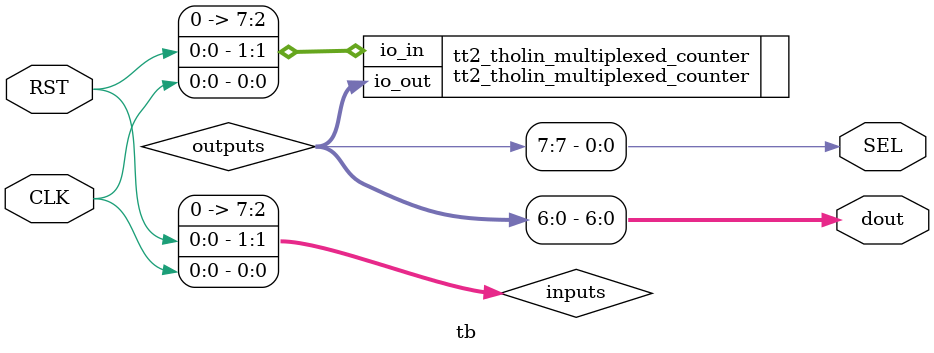
<source format=v>
`default_nettype none
`timescale 1ns/1ps

module tb (
	input CLK,
	input RST,
	output [6:0] dout,
	output SEL
	);

	initial begin
		$dumpfile ("tb.vcd");
		$dumpvars (0, tb);
		#1;
	end

	wire [7:0] inputs = {6'b0, RST, CLK};
	wire [7:0] outputs;
	assign dout = outputs[6:0];
	assign SEL = outputs[7];

	tt2_tholin_multiplexed_counter tt2_tholin_multiplexed_counter (
		`ifdef GL_TEST
			.vccd1( 1'b1),
			.vssd1( 1'b0),
		`endif
		.io_in (inputs),
		.io_out (outputs)
	);

endmodule

</source>
